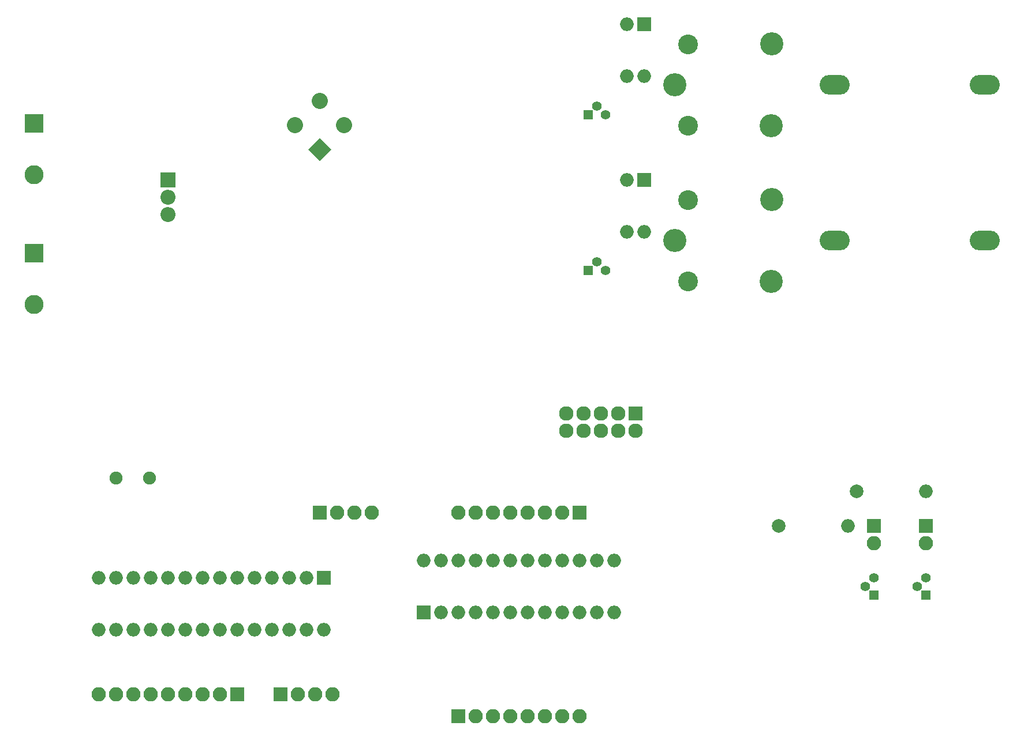
<source format=gbr>
G04 #@! TF.FileFunction,Soldermask,Bot*
%FSLAX46Y46*%
G04 Gerber Fmt 4.6, Leading zero omitted, Abs format (unit mm)*
G04 Created by KiCad (PCBNEW 4.0.7) date Mon Feb  5 18:43:38 2018*
%MOMM*%
%LPD*%
G01*
G04 APERTURE LIST*
%ADD10C,0.100000*%
%ADD11R,2.800000X2.800000*%
%ADD12C,2.800000*%
%ADD13R,2.127200X2.127200*%
%ADD14O,2.127200X2.127200*%
%ADD15C,2.400000*%
%ADD16O,4.400000X2.900000*%
%ADD17R,2.100000X2.100000*%
%ADD18O,2.100000X2.100000*%
%ADD19C,2.900000*%
%ADD20C,3.400000*%
%ADD21C,1.400000*%
%ADD22R,1.400000X1.400000*%
%ADD23C,2.000000*%
%ADD24O,2.000000X2.000000*%
%ADD25R,2.000000X2.000000*%
%ADD26R,2.200000X2.200000*%
%ADD27O,2.200000X2.200000*%
%ADD28C,1.900000*%
G04 APERTURE END LIST*
D10*
D11*
X71120000Y-90170000D03*
D12*
X71120000Y-97670000D03*
D11*
X71120000Y-71120000D03*
D12*
X71120000Y-78620000D03*
D13*
X159385000Y-113665000D03*
D14*
X159385000Y-116205000D03*
X156845000Y-113665000D03*
X156845000Y-116205000D03*
X154305000Y-113665000D03*
X154305000Y-116205000D03*
X151765000Y-113665000D03*
X151765000Y-116205000D03*
X149225000Y-113665000D03*
X149225000Y-116205000D03*
D15*
X109437898Y-71337898D02*
X109437898Y-71337898D01*
X116622102Y-71337898D02*
X116622102Y-71337898D01*
X113030000Y-67745795D02*
X113030000Y-67745795D01*
D10*
G36*
X114727056Y-74930000D02*
X113030000Y-76627056D01*
X111332944Y-74930000D01*
X113030000Y-73232944D01*
X114727056Y-74930000D01*
X114727056Y-74930000D01*
G37*
D16*
X210595000Y-88265000D03*
X188595000Y-88265000D03*
X210595000Y-65405000D03*
X188595000Y-65405000D03*
D17*
X133350000Y-158115000D03*
D18*
X135890000Y-158115000D03*
X138430000Y-158115000D03*
X140970000Y-158115000D03*
X143510000Y-158115000D03*
X146050000Y-158115000D03*
X148590000Y-158115000D03*
X151130000Y-158115000D03*
D17*
X151130000Y-128270000D03*
D18*
X148590000Y-128270000D03*
X146050000Y-128270000D03*
X143510000Y-128270000D03*
X140970000Y-128270000D03*
X138430000Y-128270000D03*
X135890000Y-128270000D03*
X133350000Y-128270000D03*
D17*
X107315000Y-154940000D03*
D18*
X109855000Y-154940000D03*
X112395000Y-154940000D03*
X114935000Y-154940000D03*
D17*
X113030000Y-128270000D03*
D18*
X115570000Y-128270000D03*
X118110000Y-128270000D03*
X120650000Y-128270000D03*
D17*
X100965000Y-154940000D03*
D18*
X98425000Y-154940000D03*
X95885000Y-154940000D03*
X93345000Y-154940000D03*
X90805000Y-154940000D03*
X88265000Y-154940000D03*
X85725000Y-154940000D03*
X83185000Y-154940000D03*
X80645000Y-154940000D03*
D19*
X167050000Y-94315000D03*
D20*
X179250000Y-94315000D03*
X179300000Y-82265000D03*
D19*
X167050000Y-82315000D03*
D20*
X165100000Y-88265000D03*
D19*
X167050000Y-71455000D03*
D20*
X179250000Y-71455000D03*
X179300000Y-59405000D03*
D19*
X167050000Y-59455000D03*
D20*
X165100000Y-65405000D03*
D17*
X201930000Y-130175000D03*
D18*
X201930000Y-132715000D03*
D17*
X194310000Y-130175000D03*
D18*
X194310000Y-132715000D03*
D21*
X153670000Y-91440000D03*
X154940000Y-92710000D03*
D22*
X152400000Y-92710000D03*
D21*
X153670000Y-68580000D03*
X154940000Y-69850000D03*
D22*
X152400000Y-69850000D03*
D21*
X200660000Y-139065000D03*
X201930000Y-137795000D03*
D22*
X201930000Y-140335000D03*
D21*
X193040000Y-139065000D03*
X194310000Y-137795000D03*
D22*
X194310000Y-140335000D03*
D23*
X191770000Y-125095000D03*
D24*
X201930000Y-125095000D03*
D23*
X180340000Y-130175000D03*
D24*
X190500000Y-130175000D03*
D25*
X113665000Y-137795000D03*
D24*
X80645000Y-145415000D03*
X111125000Y-137795000D03*
X83185000Y-145415000D03*
X108585000Y-137795000D03*
X85725000Y-145415000D03*
X106045000Y-137795000D03*
X88265000Y-145415000D03*
X103505000Y-137795000D03*
X90805000Y-145415000D03*
X100965000Y-137795000D03*
X93345000Y-145415000D03*
X98425000Y-137795000D03*
X95885000Y-145415000D03*
X95885000Y-137795000D03*
X98425000Y-145415000D03*
X93345000Y-137795000D03*
X100965000Y-145415000D03*
X90805000Y-137795000D03*
X103505000Y-145415000D03*
X88265000Y-137795000D03*
X106045000Y-145415000D03*
X85725000Y-137795000D03*
X108585000Y-145415000D03*
X83185000Y-137795000D03*
X111125000Y-145415000D03*
X80645000Y-137795000D03*
X113665000Y-145415000D03*
D25*
X128270000Y-142875000D03*
D24*
X156210000Y-135255000D03*
X130810000Y-142875000D03*
X153670000Y-135255000D03*
X133350000Y-142875000D03*
X151130000Y-135255000D03*
X135890000Y-142875000D03*
X148590000Y-135255000D03*
X138430000Y-142875000D03*
X146050000Y-135255000D03*
X140970000Y-142875000D03*
X143510000Y-135255000D03*
X143510000Y-142875000D03*
X140970000Y-135255000D03*
X146050000Y-142875000D03*
X138430000Y-135255000D03*
X148590000Y-142875000D03*
X135890000Y-135255000D03*
X151130000Y-142875000D03*
X133350000Y-135255000D03*
X153670000Y-142875000D03*
X130810000Y-135255000D03*
X156210000Y-142875000D03*
X128270000Y-135255000D03*
D25*
X160655000Y-79375000D03*
D24*
X158115000Y-86995000D03*
X158115000Y-79375000D03*
X160655000Y-86995000D03*
D25*
X160655000Y-56515000D03*
D24*
X158115000Y-64135000D03*
X158115000Y-56515000D03*
X160655000Y-64135000D03*
D26*
X90805000Y-79375000D03*
D27*
X90805000Y-81915000D03*
X90805000Y-84455000D03*
D28*
X83185000Y-123190000D03*
X88065000Y-123190000D03*
M02*

</source>
